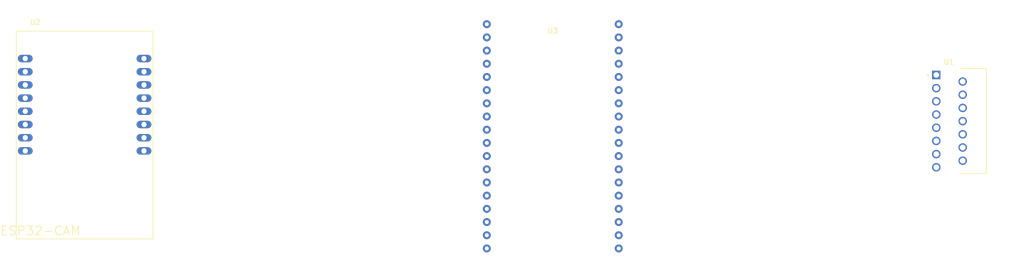
<source format=kicad_pcb>
(kicad_pcb (version 20171130) (host pcbnew "(5.1.10)-1")

  (general
    (thickness 1.6)
    (drawings 0)
    (tracks 0)
    (zones 0)
    (modules 3)
    (nets 1)
  )

  (page A4)
  (layers
    (0 F.Cu signal)
    (31 B.Cu signal)
    (32 B.Adhes user)
    (33 F.Adhes user)
    (34 B.Paste user)
    (35 F.Paste user)
    (36 B.SilkS user)
    (37 F.SilkS user)
    (38 B.Mask user)
    (39 F.Mask user)
    (40 Dwgs.User user)
    (41 Cmts.User user)
    (42 Eco1.User user)
    (43 Eco2.User user)
    (44 Edge.Cuts user)
    (45 Margin user)
    (46 B.CrtYd user)
    (47 F.CrtYd user)
    (48 B.Fab user)
    (49 F.Fab user)
  )

  (setup
    (last_trace_width 0.25)
    (trace_clearance 0.2)
    (zone_clearance 0.508)
    (zone_45_only no)
    (trace_min 0.2)
    (via_size 0.8)
    (via_drill 0.4)
    (via_min_size 0.4)
    (via_min_drill 0.3)
    (uvia_size 0.3)
    (uvia_drill 0.1)
    (uvias_allowed no)
    (uvia_min_size 0.2)
    (uvia_min_drill 0.1)
    (edge_width 0.05)
    (segment_width 0.2)
    (pcb_text_width 0.3)
    (pcb_text_size 1.5 1.5)
    (mod_edge_width 0.12)
    (mod_text_size 1 1)
    (mod_text_width 0.15)
    (pad_size 1.524 1.524)
    (pad_drill 0.762)
    (pad_to_mask_clearance 0)
    (aux_axis_origin 0 0)
    (visible_elements 7FFFFFFF)
    (pcbplotparams
      (layerselection 0x010fc_ffffffff)
      (usegerberextensions false)
      (usegerberattributes true)
      (usegerberadvancedattributes true)
      (creategerberjobfile true)
      (excludeedgelayer true)
      (linewidth 0.100000)
      (plotframeref false)
      (viasonmask false)
      (mode 1)
      (useauxorigin false)
      (hpglpennumber 1)
      (hpglpenspeed 20)
      (hpglpendiameter 15.000000)
      (psnegative false)
      (psa4output false)
      (plotreference true)
      (plotvalue true)
      (plotinvisibletext false)
      (padsonsilk false)
      (subtractmaskfromsilk false)
      (outputformat 1)
      (mirror false)
      (drillshape 1)
      (scaleselection 1)
      (outputdirectory ""))
  )

  (net 0 "")

  (net_class Default "This is the default net class."
    (clearance 0.2)
    (trace_width 0.25)
    (via_dia 0.8)
    (via_drill 0.4)
    (uvia_dia 0.3)
    (uvia_drill 0.1)
    (add_net "Net-(U1-Pad1)")
    (add_net "Net-(U1-Pad10)")
    (add_net "Net-(U1-Pad11)")
    (add_net "Net-(U1-Pad12)")
    (add_net "Net-(U1-Pad13)")
    (add_net "Net-(U1-Pad14)")
    (add_net "Net-(U1-Pad15)")
    (add_net "Net-(U1-Pad2)")
    (add_net "Net-(U1-Pad3)")
    (add_net "Net-(U1-Pad4)")
    (add_net "Net-(U1-Pad5)")
    (add_net "Net-(U1-Pad6)")
    (add_net "Net-(U1-Pad7)")
    (add_net "Net-(U1-Pad8)")
    (add_net "Net-(U1-Pad9)")
    (add_net "Net-(U2-PadP$1)")
    (add_net "Net-(U2-PadP$10)")
    (add_net "Net-(U2-PadP$11)")
    (add_net "Net-(U2-PadP$12)")
    (add_net "Net-(U2-PadP$13)")
    (add_net "Net-(U2-PadP$14)")
    (add_net "Net-(U2-PadP$15)")
    (add_net "Net-(U2-PadP$16)")
    (add_net "Net-(U2-PadP$2)")
    (add_net "Net-(U2-PadP$3)")
    (add_net "Net-(U2-PadP$4)")
    (add_net "Net-(U2-PadP$5)")
    (add_net "Net-(U2-PadP$6)")
    (add_net "Net-(U2-PadP$7)")
    (add_net "Net-(U2-PadP$8)")
    (add_net "Net-(U2-PadP$9)")
    (add_net "Net-(U3-Pad1)")
    (add_net "Net-(U3-Pad10)")
    (add_net "Net-(U3-Pad11)")
    (add_net "Net-(U3-Pad12)")
    (add_net "Net-(U3-Pad13)")
    (add_net "Net-(U3-Pad14)")
    (add_net "Net-(U3-Pad15)")
    (add_net "Net-(U3-Pad16)")
    (add_net "Net-(U3-Pad17)")
    (add_net "Net-(U3-Pad18)")
    (add_net "Net-(U3-Pad19)")
    (add_net "Net-(U3-Pad2)")
    (add_net "Net-(U3-Pad20)")
    (add_net "Net-(U3-Pad21)")
    (add_net "Net-(U3-Pad22)")
    (add_net "Net-(U3-Pad23)")
    (add_net "Net-(U3-Pad24)")
    (add_net "Net-(U3-Pad25)")
    (add_net "Net-(U3-Pad26)")
    (add_net "Net-(U3-Pad27)")
    (add_net "Net-(U3-Pad28)")
    (add_net "Net-(U3-Pad29)")
    (add_net "Net-(U3-Pad3)")
    (add_net "Net-(U3-Pad30)")
    (add_net "Net-(U3-Pad31)")
    (add_net "Net-(U3-Pad32)")
    (add_net "Net-(U3-Pad33)")
    (add_net "Net-(U3-Pad34)")
    (add_net "Net-(U3-Pad35)")
    (add_net "Net-(U3-Pad36)")
    (add_net "Net-(U3-Pad4)")
    (add_net "Net-(U3-Pad5)")
    (add_net "Net-(U3-Pad6)")
    (add_net "Net-(U3-Pad7)")
    (add_net "Net-(U3-Pad8)")
    (add_net "Net-(U3-Pad9)")
  )

  (module ESP32:ESP32-DOIT-DEVKIT (layer F.Cu) (tedit 5BA66054) (tstamp 630B977D)
    (at 156.64688 78.68412)
    (path /630BADCF)
    (fp_text reference U3 (at 0 3.81) (layer F.SilkS)
      (effects (font (size 1 1) (thickness 0.15)))
    )
    (fp_text value DOIT-ESP32-DEVKIT-V1 (at 0 -1.27) (layer F.Fab)
      (effects (font (size 1 1) (thickness 0.15)))
    )
    (fp_line (start 13.97 48.26) (end 13.97 41.91) (layer F.CrtYd) (width 0.15))
    (fp_line (start -13.97 48.26) (end 13.97 48.26) (layer F.CrtYd) (width 0.15))
    (fp_line (start -13.97 41.91) (end -13.97 48.26) (layer F.CrtYd) (width 0.15))
    (fp_line (start -13.97 41.91) (end -13.97 1.27) (layer F.CrtYd) (width 0.15))
    (fp_line (start 13.97 1.27) (end 13.97 41.91) (layer F.CrtYd) (width 0.15))
    (fp_line (start -13.97 1.27) (end 13.97 1.27) (layer F.CrtYd) (width 0.15))
    (pad 1 thru_hole circle (at -12.7 2.54) (size 1.524 1.524) (drill 0.762) (layers *.Cu *.Mask))
    (pad 2 thru_hole circle (at -12.7 5.08) (size 1.524 1.524) (drill 0.762) (layers *.Cu *.Mask))
    (pad 3 thru_hole circle (at -12.7 7.62) (size 1.524 1.524) (drill 0.762) (layers *.Cu *.Mask))
    (pad 4 thru_hole circle (at -12.7 10.16) (size 1.524 1.524) (drill 0.762) (layers *.Cu *.Mask))
    (pad 5 thru_hole circle (at -12.7 12.7) (size 1.524 1.524) (drill 0.762) (layers *.Cu *.Mask))
    (pad 6 thru_hole circle (at -12.7 15.24) (size 1.524 1.524) (drill 0.762) (layers *.Cu *.Mask))
    (pad 7 thru_hole circle (at -12.7 17.78) (size 1.524 1.524) (drill 0.762) (layers *.Cu *.Mask))
    (pad 8 thru_hole circle (at -12.7 20.32) (size 1.524 1.524) (drill 0.762) (layers *.Cu *.Mask))
    (pad 9 thru_hole circle (at -12.7 22.86) (size 1.524 1.524) (drill 0.762) (layers *.Cu *.Mask))
    (pad 10 thru_hole circle (at -12.7 25.4) (size 1.524 1.524) (drill 0.762) (layers *.Cu *.Mask))
    (pad 11 thru_hole circle (at -12.7 27.94) (size 1.524 1.524) (drill 0.762) (layers *.Cu *.Mask))
    (pad 12 thru_hole circle (at -12.7 30.48) (size 1.524 1.524) (drill 0.762) (layers *.Cu *.Mask))
    (pad 13 thru_hole circle (at -12.7 33.02) (size 1.524 1.524) (drill 0.762) (layers *.Cu *.Mask))
    (pad 14 thru_hole circle (at -12.7 35.56) (size 1.524 1.524) (drill 0.762) (layers *.Cu *.Mask))
    (pad 15 thru_hole circle (at -12.7 38.1) (size 1.524 1.524) (drill 0.762) (layers *.Cu *.Mask))
    (pad 16 thru_hole circle (at -12.7 40.64) (size 1.524 1.524) (drill 0.762) (layers *.Cu *.Mask))
    (pad 21 thru_hole circle (at 12.7 40.64) (size 1.524 1.524) (drill 0.762) (layers *.Cu *.Mask))
    (pad 22 thru_hole circle (at 12.7 38.1) (size 1.524 1.524) (drill 0.762) (layers *.Cu *.Mask))
    (pad 23 thru_hole circle (at 12.7 35.56) (size 1.524 1.524) (drill 0.762) (layers *.Cu *.Mask))
    (pad 24 thru_hole circle (at 12.7 33.02) (size 1.524 1.524) (drill 0.762) (layers *.Cu *.Mask))
    (pad 25 thru_hole circle (at 12.7 30.48) (size 1.524 1.524) (drill 0.762) (layers *.Cu *.Mask))
    (pad 26 thru_hole circle (at 12.7 27.94) (size 1.524 1.524) (drill 0.762) (layers *.Cu *.Mask))
    (pad 27 thru_hole circle (at 12.7 25.4) (size 1.524 1.524) (drill 0.762) (layers *.Cu *.Mask))
    (pad 28 thru_hole circle (at 12.7 22.86) (size 1.524 1.524) (drill 0.762) (layers *.Cu *.Mask))
    (pad 29 thru_hole circle (at 12.7 20.32) (size 1.524 1.524) (drill 0.762) (layers *.Cu *.Mask))
    (pad 30 thru_hole circle (at 12.7 17.78) (size 1.524 1.524) (drill 0.762) (layers *.Cu *.Mask))
    (pad 31 thru_hole circle (at 12.7 15.24) (size 1.524 1.524) (drill 0.762) (layers *.Cu *.Mask))
    (pad 32 thru_hole circle (at 12.7 12.7) (size 1.524 1.524) (drill 0.762) (layers *.Cu *.Mask))
    (pad 33 thru_hole circle (at 12.7 10.16) (size 1.524 1.524) (drill 0.762) (layers *.Cu *.Mask))
    (pad 34 thru_hole circle (at 12.7 7.62) (size 1.524 1.524) (drill 0.762) (layers *.Cu *.Mask))
    (pad 35 thru_hole circle (at 12.7 5.08) (size 1.524 1.524) (drill 0.762) (layers *.Cu *.Mask))
    (pad 36 thru_hole circle (at 12.7 2.54) (size 1.524 1.524) (drill 0.762) (layers *.Cu *.Mask))
    (pad 17 thru_hole circle (at -12.7 43.18) (size 1.524 1.524) (drill 0.762) (layers *.Cu *.Mask))
    (pad 20 thru_hole circle (at 12.7 43.18) (size 1.524 1.524) (drill 0.762) (layers *.Cu *.Mask))
    (pad 19 thru_hole circle (at 12.7 45.72) (size 1.524 1.524) (drill 0.762) (layers *.Cu *.Mask))
    (pad 18 thru_hole circle (at -12.7 45.72) (size 1.524 1.524) (drill 0.762) (layers *.Cu *.Mask))
  )

  (module L298N:TO127P2020X500X2100-15 (layer F.Cu) (tedit 6304CEF4) (tstamp 6304D368)
    (at 230.5 91)
    (path /6303BC7A)
    (fp_text reference U1 (at 2.425 -2.495) (layer F.SilkS)
      (effects (font (size 1 1) (thickness 0.15)))
    )
    (fp_text value "L298(H)N" (at 13.22 20.475) (layer F.Fab)
      (effects (font (size 1 1) (thickness 0.15)))
    )
    (fp_line (start 9.88 19.24) (end 9.88 -1.46) (layer F.CrtYd) (width 0.05))
    (fp_line (start -1.06 19.24) (end 9.88 19.24) (layer F.CrtYd) (width 0.05))
    (fp_line (start -1.06 -1.46) (end -1.06 19.24) (layer F.CrtYd) (width 0.05))
    (fp_line (start 9.88 -1.46) (end -1.06 -1.46) (layer F.CrtYd) (width 0.05))
    (fp_circle (center -1.59 0) (end -1.49 0) (layer F.Fab) (width 0.2))
    (fp_circle (center -1.59 0) (end -1.49 0) (layer F.SilkS) (width 0.2))
    (fp_line (start 9.63 18.99) (end 9.63 -1.21) (layer F.Fab) (width 0.127))
    (fp_line (start 4.63 18.99) (end 9.63 18.99) (layer F.Fab) (width 0.127))
    (fp_line (start 9.63 -1.21) (end 4.63 -1.21) (layer F.Fab) (width 0.127))
    (fp_line (start 9.63 18.99) (end 9.63 -1.21) (layer F.SilkS) (width 0.127))
    (fp_line (start 4.63 18.99) (end 9.63 18.99) (layer F.SilkS) (width 0.127))
    (fp_line (start 4.63 -1.21) (end 4.63 18.99) (layer F.Fab) (width 0.127))
    (fp_line (start 9.63 -1.21) (end 4.63 -1.21) (layer F.SilkS) (width 0.127))
    (pad 15 thru_hole circle (at 0 17.78) (size 1.62 1.62) (drill 1.08) (layers *.Cu *.Mask))
    (pad 14 thru_hole circle (at 5.08 16.51) (size 1.62 1.62) (drill 1.08) (layers *.Cu *.Mask))
    (pad 13 thru_hole circle (at 0 15.24) (size 1.62 1.62) (drill 1.08) (layers *.Cu *.Mask))
    (pad 12 thru_hole circle (at 5.08 13.97) (size 1.62 1.62) (drill 1.08) (layers *.Cu *.Mask))
    (pad 11 thru_hole circle (at 0 12.7) (size 1.62 1.62) (drill 1.08) (layers *.Cu *.Mask))
    (pad 10 thru_hole circle (at 5.08 11.43) (size 1.62 1.62) (drill 1.08) (layers *.Cu *.Mask))
    (pad 9 thru_hole circle (at 0 10.16) (size 1.62 1.62) (drill 1.08) (layers *.Cu *.Mask))
    (pad 8 thru_hole circle (at 5.08 8.89) (size 1.62 1.62) (drill 1.08) (layers *.Cu *.Mask))
    (pad 7 thru_hole circle (at 0 7.62) (size 1.62 1.62) (drill 1.08) (layers *.Cu *.Mask))
    (pad 6 thru_hole circle (at 5.08 6.35) (size 1.62 1.62) (drill 1.08) (layers *.Cu *.Mask))
    (pad 5 thru_hole circle (at 0 5.08) (size 1.62 1.62) (drill 1.08) (layers *.Cu *.Mask))
    (pad 4 thru_hole circle (at 5.08 3.81) (size 1.62 1.62) (drill 1.08) (layers *.Cu *.Mask))
    (pad 3 thru_hole circle (at 0 2.54) (size 1.62 1.62) (drill 1.08) (layers *.Cu *.Mask))
    (pad 2 thru_hole circle (at 5.08 1.27) (size 1.62 1.62) (drill 1.08) (layers *.Cu *.Mask))
    (pad 1 thru_hole rect (at 0 0) (size 1.62 1.62) (drill 1.08) (layers *.Cu *.Mask))
  )

  (module "ESP32-CAM (2):ESP32-CAM" (layer F.Cu) (tedit 6304C6EE) (tstamp 6304C941)
    (at 66.5 98)
    (path /6304C96B)
    (fp_text reference U2 (at -9.525 -17.145) (layer F.SilkS)
      (effects (font (size 1 1) (thickness 0.15)))
    )
    (fp_text value ESP32-CAM (at 0 0) (layer F.Fab)
      (effects (font (size 0.787402 0.787402) (thickness 0.15)))
    )
    (fp_line (start 13.16 24.57) (end -13.16 24.57) (layer F.SilkS) (width 0.127))
    (fp_line (start 13.16 -15.43) (end 13.16 24.57) (layer F.SilkS) (width 0.127))
    (fp_line (start -13.16 -15.43) (end 13.16 -15.43) (layer F.SilkS) (width 0.127))
    (fp_line (start -13.16 24.57) (end -13.16 -15.43) (layer F.SilkS) (width 0.127))
    (fp_text user ESP32-CAM (at -8.5 23) (layer F.SilkS)
      (effects (font (size 1.72 1.72) (thickness 0.15)))
    )
    (pad P$16 thru_hole oval (at 11.43 -10.16) (size 2.8448 1.4224) (drill 1) (layers *.Cu *.Mask))
    (pad P$15 thru_hole oval (at 11.43 -7.62) (size 2.8448 1.4224) (drill 1) (layers *.Cu *.Mask))
    (pad P$14 thru_hole oval (at 11.43 -5.08) (size 2.8448 1.4224) (drill 1) (layers *.Cu *.Mask))
    (pad P$13 thru_hole oval (at 11.43 -2.54) (size 2.8448 1.4224) (drill 1) (layers *.Cu *.Mask))
    (pad P$12 thru_hole oval (at 11.43 0) (size 2.8448 1.4224) (drill 1) (layers *.Cu *.Mask))
    (pad P$11 thru_hole oval (at 11.43 2.54) (size 2.8448 1.4224) (drill 1) (layers *.Cu *.Mask))
    (pad P$10 thru_hole oval (at 11.43 5.08) (size 2.8448 1.4224) (drill 1) (layers *.Cu *.Mask))
    (pad P$9 thru_hole oval (at 11.43 7.62) (size 2.8448 1.4224) (drill 1) (layers *.Cu *.Mask))
    (pad P$8 thru_hole oval (at -11.43 7.62) (size 2.8448 1.4224) (drill 1) (layers *.Cu *.Mask))
    (pad P$7 thru_hole oval (at -11.43 5.08) (size 2.8448 1.4224) (drill 1) (layers *.Cu *.Mask))
    (pad P$6 thru_hole oval (at -11.43 2.54) (size 2.8448 1.4224) (drill 1) (layers *.Cu *.Mask))
    (pad P$5 thru_hole oval (at -11.43 0) (size 2.8448 1.4224) (drill 1) (layers *.Cu *.Mask))
    (pad P$4 thru_hole oval (at -11.43 -2.54) (size 2.8448 1.4224) (drill 1) (layers *.Cu *.Mask))
    (pad P$3 thru_hole oval (at -11.43 -5.08) (size 2.8448 1.4224) (drill 1) (layers *.Cu *.Mask))
    (pad P$2 thru_hole oval (at -11.43 -7.62) (size 2.8448 1.4224) (drill 1) (layers *.Cu *.Mask))
    (pad P$1 thru_hole oval (at -11.43 -10.16) (size 2.8448 1.4224) (drill 1) (layers *.Cu *.Mask))
  )

)

</source>
